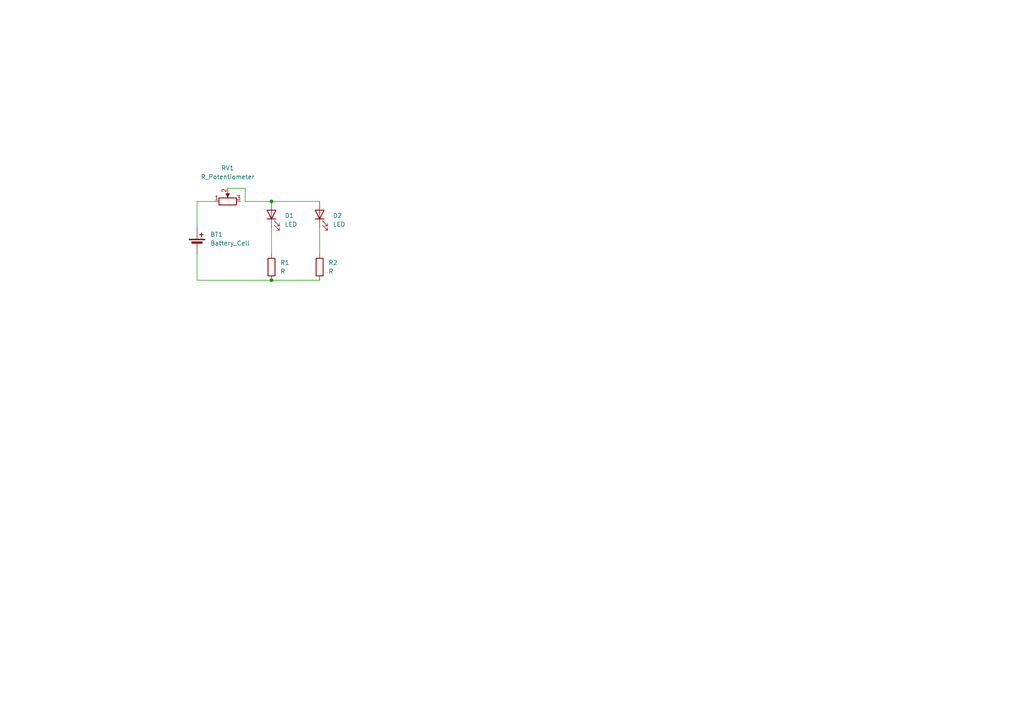
<source format=kicad_sch>
(kicad_sch
	(version 20250114)
	(generator "eeschema")
	(generator_version "9.0")
	(uuid "6524d412-e1ed-4955-afa4-34ab2da7a7ca")
	(paper "A4")
	(lib_symbols
		(symbol "Device:Battery_Cell"
			(pin_numbers
				(hide yes)
			)
			(pin_names
				(offset 0)
				(hide yes)
			)
			(exclude_from_sim no)
			(in_bom yes)
			(on_board yes)
			(property "Reference" "BT"
				(at 2.54 2.54 0)
				(effects
					(font
						(size 1.27 1.27)
					)
					(justify left)
				)
			)
			(property "Value" "Battery_Cell"
				(at 2.54 0 0)
				(effects
					(font
						(size 1.27 1.27)
					)
					(justify left)
				)
			)
			(property "Footprint" ""
				(at 0 1.524 90)
				(effects
					(font
						(size 1.27 1.27)
					)
					(hide yes)
				)
			)
			(property "Datasheet" "~"
				(at 0 1.524 90)
				(effects
					(font
						(size 1.27 1.27)
					)
					(hide yes)
				)
			)
			(property "Description" "Single-cell battery"
				(at 0 0 0)
				(effects
					(font
						(size 1.27 1.27)
					)
					(hide yes)
				)
			)
			(property "ki_keywords" "battery cell"
				(at 0 0 0)
				(effects
					(font
						(size 1.27 1.27)
					)
					(hide yes)
				)
			)
			(symbol "Battery_Cell_0_1"
				(rectangle
					(start -2.286 1.778)
					(end 2.286 1.524)
					(stroke
						(width 0)
						(type default)
					)
					(fill
						(type outline)
					)
				)
				(rectangle
					(start -1.524 1.016)
					(end 1.524 0.508)
					(stroke
						(width 0)
						(type default)
					)
					(fill
						(type outline)
					)
				)
				(polyline
					(pts
						(xy 0 1.778) (xy 0 2.54)
					)
					(stroke
						(width 0)
						(type default)
					)
					(fill
						(type none)
					)
				)
				(polyline
					(pts
						(xy 0 0.762) (xy 0 0)
					)
					(stroke
						(width 0)
						(type default)
					)
					(fill
						(type none)
					)
				)
				(polyline
					(pts
						(xy 0.762 3.048) (xy 1.778 3.048)
					)
					(stroke
						(width 0.254)
						(type default)
					)
					(fill
						(type none)
					)
				)
				(polyline
					(pts
						(xy 1.27 3.556) (xy 1.27 2.54)
					)
					(stroke
						(width 0.254)
						(type default)
					)
					(fill
						(type none)
					)
				)
			)
			(symbol "Battery_Cell_1_1"
				(pin passive line
					(at 0 5.08 270)
					(length 2.54)
					(name "+"
						(effects
							(font
								(size 1.27 1.27)
							)
						)
					)
					(number "1"
						(effects
							(font
								(size 1.27 1.27)
							)
						)
					)
				)
				(pin passive line
					(at 0 -2.54 90)
					(length 2.54)
					(name "-"
						(effects
							(font
								(size 1.27 1.27)
							)
						)
					)
					(number "2"
						(effects
							(font
								(size 1.27 1.27)
							)
						)
					)
				)
			)
			(embedded_fonts no)
		)
		(symbol "Device:LED"
			(pin_numbers
				(hide yes)
			)
			(pin_names
				(offset 1.016)
				(hide yes)
			)
			(exclude_from_sim no)
			(in_bom yes)
			(on_board yes)
			(property "Reference" "D"
				(at 0 2.54 0)
				(effects
					(font
						(size 1.27 1.27)
					)
				)
			)
			(property "Value" "LED"
				(at 0 -2.54 0)
				(effects
					(font
						(size 1.27 1.27)
					)
				)
			)
			(property "Footprint" ""
				(at 0 0 0)
				(effects
					(font
						(size 1.27 1.27)
					)
					(hide yes)
				)
			)
			(property "Datasheet" "~"
				(at 0 0 0)
				(effects
					(font
						(size 1.27 1.27)
					)
					(hide yes)
				)
			)
			(property "Description" "Light emitting diode"
				(at 0 0 0)
				(effects
					(font
						(size 1.27 1.27)
					)
					(hide yes)
				)
			)
			(property "Sim.Pins" "1=K 2=A"
				(at 0 0 0)
				(effects
					(font
						(size 1.27 1.27)
					)
					(hide yes)
				)
			)
			(property "ki_keywords" "LED diode"
				(at 0 0 0)
				(effects
					(font
						(size 1.27 1.27)
					)
					(hide yes)
				)
			)
			(property "ki_fp_filters" "LED* LED_SMD:* LED_THT:*"
				(at 0 0 0)
				(effects
					(font
						(size 1.27 1.27)
					)
					(hide yes)
				)
			)
			(symbol "LED_0_1"
				(polyline
					(pts
						(xy -3.048 -0.762) (xy -4.572 -2.286) (xy -3.81 -2.286) (xy -4.572 -2.286) (xy -4.572 -1.524)
					)
					(stroke
						(width 0)
						(type default)
					)
					(fill
						(type none)
					)
				)
				(polyline
					(pts
						(xy -1.778 -0.762) (xy -3.302 -2.286) (xy -2.54 -2.286) (xy -3.302 -2.286) (xy -3.302 -1.524)
					)
					(stroke
						(width 0)
						(type default)
					)
					(fill
						(type none)
					)
				)
				(polyline
					(pts
						(xy -1.27 0) (xy 1.27 0)
					)
					(stroke
						(width 0)
						(type default)
					)
					(fill
						(type none)
					)
				)
				(polyline
					(pts
						(xy -1.27 -1.27) (xy -1.27 1.27)
					)
					(stroke
						(width 0.254)
						(type default)
					)
					(fill
						(type none)
					)
				)
				(polyline
					(pts
						(xy 1.27 -1.27) (xy 1.27 1.27) (xy -1.27 0) (xy 1.27 -1.27)
					)
					(stroke
						(width 0.254)
						(type default)
					)
					(fill
						(type none)
					)
				)
			)
			(symbol "LED_1_1"
				(pin passive line
					(at -3.81 0 0)
					(length 2.54)
					(name "K"
						(effects
							(font
								(size 1.27 1.27)
							)
						)
					)
					(number "1"
						(effects
							(font
								(size 1.27 1.27)
							)
						)
					)
				)
				(pin passive line
					(at 3.81 0 180)
					(length 2.54)
					(name "A"
						(effects
							(font
								(size 1.27 1.27)
							)
						)
					)
					(number "2"
						(effects
							(font
								(size 1.27 1.27)
							)
						)
					)
				)
			)
			(embedded_fonts no)
		)
		(symbol "Device:R"
			(pin_numbers
				(hide yes)
			)
			(pin_names
				(offset 0)
			)
			(exclude_from_sim no)
			(in_bom yes)
			(on_board yes)
			(property "Reference" "R"
				(at 2.032 0 90)
				(effects
					(font
						(size 1.27 1.27)
					)
				)
			)
			(property "Value" "R"
				(at 0 0 90)
				(effects
					(font
						(size 1.27 1.27)
					)
				)
			)
			(property "Footprint" ""
				(at -1.778 0 90)
				(effects
					(font
						(size 1.27 1.27)
					)
					(hide yes)
				)
			)
			(property "Datasheet" "~"
				(at 0 0 0)
				(effects
					(font
						(size 1.27 1.27)
					)
					(hide yes)
				)
			)
			(property "Description" "Resistor"
				(at 0 0 0)
				(effects
					(font
						(size 1.27 1.27)
					)
					(hide yes)
				)
			)
			(property "ki_keywords" "R res resistor"
				(at 0 0 0)
				(effects
					(font
						(size 1.27 1.27)
					)
					(hide yes)
				)
			)
			(property "ki_fp_filters" "R_*"
				(at 0 0 0)
				(effects
					(font
						(size 1.27 1.27)
					)
					(hide yes)
				)
			)
			(symbol "R_0_1"
				(rectangle
					(start -1.016 -2.54)
					(end 1.016 2.54)
					(stroke
						(width 0.254)
						(type default)
					)
					(fill
						(type none)
					)
				)
			)
			(symbol "R_1_1"
				(pin passive line
					(at 0 3.81 270)
					(length 1.27)
					(name "~"
						(effects
							(font
								(size 1.27 1.27)
							)
						)
					)
					(number "1"
						(effects
							(font
								(size 1.27 1.27)
							)
						)
					)
				)
				(pin passive line
					(at 0 -3.81 90)
					(length 1.27)
					(name "~"
						(effects
							(font
								(size 1.27 1.27)
							)
						)
					)
					(number "2"
						(effects
							(font
								(size 1.27 1.27)
							)
						)
					)
				)
			)
			(embedded_fonts no)
		)
		(symbol "Device:R_Potentiometer"
			(pin_names
				(offset 1.016)
				(hide yes)
			)
			(exclude_from_sim no)
			(in_bom yes)
			(on_board yes)
			(property "Reference" "RV"
				(at -4.445 0 90)
				(effects
					(font
						(size 1.27 1.27)
					)
				)
			)
			(property "Value" "R_Potentiometer"
				(at -2.54 0 90)
				(effects
					(font
						(size 1.27 1.27)
					)
				)
			)
			(property "Footprint" ""
				(at 0 0 0)
				(effects
					(font
						(size 1.27 1.27)
					)
					(hide yes)
				)
			)
			(property "Datasheet" "~"
				(at 0 0 0)
				(effects
					(font
						(size 1.27 1.27)
					)
					(hide yes)
				)
			)
			(property "Description" "Potentiometer"
				(at 0 0 0)
				(effects
					(font
						(size 1.27 1.27)
					)
					(hide yes)
				)
			)
			(property "ki_keywords" "resistor variable"
				(at 0 0 0)
				(effects
					(font
						(size 1.27 1.27)
					)
					(hide yes)
				)
			)
			(property "ki_fp_filters" "Potentiometer*"
				(at 0 0 0)
				(effects
					(font
						(size 1.27 1.27)
					)
					(hide yes)
				)
			)
			(symbol "R_Potentiometer_0_1"
				(rectangle
					(start 1.016 2.54)
					(end -1.016 -2.54)
					(stroke
						(width 0.254)
						(type default)
					)
					(fill
						(type none)
					)
				)
				(polyline
					(pts
						(xy 1.143 0) (xy 2.286 0.508) (xy 2.286 -0.508) (xy 1.143 0)
					)
					(stroke
						(width 0)
						(type default)
					)
					(fill
						(type outline)
					)
				)
				(polyline
					(pts
						(xy 2.54 0) (xy 1.524 0)
					)
					(stroke
						(width 0)
						(type default)
					)
					(fill
						(type none)
					)
				)
			)
			(symbol "R_Potentiometer_1_1"
				(pin passive line
					(at 0 3.81 270)
					(length 1.27)
					(name "1"
						(effects
							(font
								(size 1.27 1.27)
							)
						)
					)
					(number "1"
						(effects
							(font
								(size 1.27 1.27)
							)
						)
					)
				)
				(pin passive line
					(at 0 -3.81 90)
					(length 1.27)
					(name "3"
						(effects
							(font
								(size 1.27 1.27)
							)
						)
					)
					(number "3"
						(effects
							(font
								(size 1.27 1.27)
							)
						)
					)
				)
				(pin passive line
					(at 3.81 0 180)
					(length 1.27)
					(name "2"
						(effects
							(font
								(size 1.27 1.27)
							)
						)
					)
					(number "2"
						(effects
							(font
								(size 1.27 1.27)
							)
						)
					)
				)
			)
			(embedded_fonts no)
		)
	)
	(junction
		(at 78.74 58.42)
		(diameter 0)
		(color 0 0 0 0)
		(uuid "6c2ad5ac-616c-4e57-9b67-0c221b993bb9")
	)
	(junction
		(at 78.74 81.28)
		(diameter 0)
		(color 0 0 0 0)
		(uuid "f25ea673-b947-4c4c-851f-a8f798f0a5bc")
	)
	(wire
		(pts
			(xy 78.74 81.28) (xy 57.15 81.28)
		)
		(stroke
			(width 0)
			(type default)
		)
		(uuid "007d9180-d7c3-4ece-adab-62a283499cc0")
	)
	(wire
		(pts
			(xy 57.15 81.28) (xy 57.15 73.66)
		)
		(stroke
			(width 0)
			(type default)
		)
		(uuid "22362c1e-54fd-40d6-a8f9-bd3cb2f4f552")
	)
	(wire
		(pts
			(xy 78.74 66.04) (xy 78.74 73.66)
		)
		(stroke
			(width 0)
			(type default)
		)
		(uuid "2a57b8b8-2b1b-4d3d-ba8f-22f2585a38b2")
	)
	(wire
		(pts
			(xy 62.23 58.42) (xy 57.15 58.42)
		)
		(stroke
			(width 0)
			(type default)
		)
		(uuid "2d8a4614-d860-4971-9bcf-8128e3b2fbe8")
	)
	(wire
		(pts
			(xy 66.04 54.61) (xy 71.12 54.61)
		)
		(stroke
			(width 0)
			(type default)
		)
		(uuid "388c3eaa-46bb-4703-9a9e-c1f58a69fcea")
	)
	(wire
		(pts
			(xy 71.12 54.61) (xy 71.12 58.42)
		)
		(stroke
			(width 0)
			(type default)
		)
		(uuid "78548b0c-e235-4090-9b33-65ec15b30add")
	)
	(wire
		(pts
			(xy 71.12 58.42) (xy 78.74 58.42)
		)
		(stroke
			(width 0)
			(type default)
		)
		(uuid "cfa0f40d-ab5d-4b7a-8ff7-3caeea9f8729")
	)
	(wire
		(pts
			(xy 57.15 58.42) (xy 57.15 66.04)
		)
		(stroke
			(width 0)
			(type default)
		)
		(uuid "e4617f68-bfdf-448c-98b1-49e3207cea35")
	)
	(wire
		(pts
			(xy 92.71 66.04) (xy 92.71 73.66)
		)
		(stroke
			(width 0)
			(type default)
		)
		(uuid "e51ef939-2164-4842-9eba-d90bfcf70c12")
	)
	(wire
		(pts
			(xy 78.74 58.42) (xy 92.71 58.42)
		)
		(stroke
			(width 0)
			(type default)
		)
		(uuid "f2ccc489-5468-48e4-bbfb-ce3252c8872d")
	)
	(wire
		(pts
			(xy 92.71 81.28) (xy 78.74 81.28)
		)
		(stroke
			(width 0)
			(type default)
		)
		(uuid "f92f75b1-f337-4d42-bd55-a45d33511b7f")
	)
	(symbol
		(lib_id "Device:LED")
		(at 92.71 62.23 90)
		(unit 1)
		(exclude_from_sim no)
		(in_bom yes)
		(on_board yes)
		(dnp no)
		(fields_autoplaced yes)
		(uuid "060b6463-3f46-45ce-801a-f1c6f796ae30")
		(property "Reference" "D2"
			(at 96.52 62.5474 90)
			(effects
				(font
					(size 1.27 1.27)
				)
				(justify right)
			)
		)
		(property "Value" "LED"
			(at 96.52 65.0874 90)
			(effects
				(font
					(size 1.27 1.27)
				)
				(justify right)
			)
		)
		(property "Footprint" "LED_THT:LED_D5.0mm"
			(at 92.71 62.23 0)
			(effects
				(font
					(size 1.27 1.27)
				)
				(hide yes)
			)
		)
		(property "Datasheet" "~"
			(at 92.71 62.23 0)
			(effects
				(font
					(size 1.27 1.27)
				)
				(hide yes)
			)
		)
		(property "Description" "Light emitting diode"
			(at 92.71 62.23 0)
			(effects
				(font
					(size 1.27 1.27)
				)
				(hide yes)
			)
		)
		(property "Sim.Pins" "1=K 2=A"
			(at 92.71 62.23 0)
			(effects
				(font
					(size 1.27 1.27)
				)
				(hide yes)
			)
		)
		(pin "2"
			(uuid "e3f17c63-26b9-4fc9-9ec8-ec7a13165a00")
		)
		(pin "1"
			(uuid "6ab7809c-cbfc-4327-a5b3-2c308026d921")
		)
		(instances
			(project ""
				(path "/6524d412-e1ed-4955-afa4-34ab2da7a7ca"
					(reference "D2")
					(unit 1)
				)
			)
		)
	)
	(symbol
		(lib_id "Device:R")
		(at 92.71 77.47 0)
		(unit 1)
		(exclude_from_sim no)
		(in_bom yes)
		(on_board yes)
		(dnp no)
		(fields_autoplaced yes)
		(uuid "3a89d656-1958-4876-a82d-bfe736fd263f")
		(property "Reference" "R2"
			(at 95.25 76.1999 0)
			(effects
				(font
					(size 1.27 1.27)
				)
				(justify left)
			)
		)
		(property "Value" "R"
			(at 95.25 78.7399 0)
			(effects
				(font
					(size 1.27 1.27)
				)
				(justify left)
			)
		)
		(property "Footprint" "Resistor_THT:R_Axial_DIN0207_L6.3mm_D2.5mm_P7.62mm_Horizontal"
			(at 90.932 77.47 90)
			(effects
				(font
					(size 1.27 1.27)
				)
				(hide yes)
			)
		)
		(property "Datasheet" "~"
			(at 92.71 77.47 0)
			(effects
				(font
					(size 1.27 1.27)
				)
				(hide yes)
			)
		)
		(property "Description" "Resistor"
			(at 92.71 77.47 0)
			(effects
				(font
					(size 1.27 1.27)
				)
				(hide yes)
			)
		)
		(pin "2"
			(uuid "084e69ca-a5a0-4a23-b7b1-358f7f8aca5d")
		)
		(pin "1"
			(uuid "85402ca0-7c2d-4732-adae-395244e0f6cd")
		)
		(instances
			(project ""
				(path "/6524d412-e1ed-4955-afa4-34ab2da7a7ca"
					(reference "R2")
					(unit 1)
				)
			)
		)
	)
	(symbol
		(lib_id "Device:R_Potentiometer")
		(at 66.04 58.42 90)
		(unit 1)
		(exclude_from_sim no)
		(in_bom yes)
		(on_board yes)
		(dnp no)
		(uuid "5f27c8d4-c11f-426c-8c58-8c6df4e3f504")
		(property "Reference" "RV1"
			(at 66.04 48.768 90)
			(effects
				(font
					(size 1.27 1.27)
				)
			)
		)
		(property "Value" "R_Potentiometer"
			(at 66.04 51.308 90)
			(effects
				(font
					(size 1.27 1.27)
				)
			)
		)
		(property "Footprint" "Potentiometer_THT:Potentiometer_Vishay_T73YP_Vertical"
			(at 66.04 58.42 0)
			(effects
				(font
					(size 1.27 1.27)
				)
				(hide yes)
			)
		)
		(property "Datasheet" "~"
			(at 66.04 58.42 0)
			(effects
				(font
					(size 1.27 1.27)
				)
				(hide yes)
			)
		)
		(property "Description" "Potentiometer"
			(at 66.04 58.42 0)
			(effects
				(font
					(size 1.27 1.27)
				)
				(hide yes)
			)
		)
		(pin "1"
			(uuid "0bd53caf-077b-4b4c-992c-6f7898b86037")
		)
		(pin "3"
			(uuid "80e680b9-ce16-445a-9fde-47a4b73f6cf5")
		)
		(pin "2"
			(uuid "334db93c-69be-480e-b9cd-256d0cb82c50")
		)
		(instances
			(project ""
				(path "/6524d412-e1ed-4955-afa4-34ab2da7a7ca"
					(reference "RV1")
					(unit 1)
				)
			)
		)
	)
	(symbol
		(lib_id "Device:R")
		(at 78.74 77.47 0)
		(unit 1)
		(exclude_from_sim no)
		(in_bom yes)
		(on_board yes)
		(dnp no)
		(fields_autoplaced yes)
		(uuid "6e54e966-b455-4e48-a2db-256b85c3a310")
		(property "Reference" "R1"
			(at 81.28 76.1999 0)
			(effects
				(font
					(size 1.27 1.27)
				)
				(justify left)
			)
		)
		(property "Value" "R"
			(at 81.28 78.7399 0)
			(effects
				(font
					(size 1.27 1.27)
				)
				(justify left)
			)
		)
		(property "Footprint" "Resistor_THT:R_Axial_DIN0207_L6.3mm_D2.5mm_P7.62mm_Horizontal"
			(at 76.962 77.47 90)
			(effects
				(font
					(size 1.27 1.27)
				)
				(hide yes)
			)
		)
		(property "Datasheet" "~"
			(at 78.74 77.47 0)
			(effects
				(font
					(size 1.27 1.27)
				)
				(hide yes)
			)
		)
		(property "Description" "Resistor"
			(at 78.74 77.47 0)
			(effects
				(font
					(size 1.27 1.27)
				)
				(hide yes)
			)
		)
		(pin "2"
			(uuid "bba1b3db-70ef-4ede-b1ab-4e9ecf34c728")
		)
		(pin "1"
			(uuid "7aaa7216-f227-4215-bd78-20ce28496ae3")
		)
		(instances
			(project ""
				(path "/6524d412-e1ed-4955-afa4-34ab2da7a7ca"
					(reference "R1")
					(unit 1)
				)
			)
		)
	)
	(symbol
		(lib_id "Device:LED")
		(at 78.74 62.23 90)
		(unit 1)
		(exclude_from_sim no)
		(in_bom yes)
		(on_board yes)
		(dnp no)
		(fields_autoplaced yes)
		(uuid "b69e87b0-e9b7-4915-b3fe-0e1354c79515")
		(property "Reference" "D1"
			(at 82.55 62.5474 90)
			(effects
				(font
					(size 1.27 1.27)
				)
				(justify right)
			)
		)
		(property "Value" "LED"
			(at 82.55 65.0874 90)
			(effects
				(font
					(size 1.27 1.27)
				)
				(justify right)
			)
		)
		(property "Footprint" "LED_THT:LED_D5.0mm"
			(at 78.74 62.23 0)
			(effects
				(font
					(size 1.27 1.27)
				)
				(hide yes)
			)
		)
		(property "Datasheet" "~"
			(at 78.74 62.23 0)
			(effects
				(font
					(size 1.27 1.27)
				)
				(hide yes)
			)
		)
		(property "Description" "Light emitting diode"
			(at 78.74 62.23 0)
			(effects
				(font
					(size 1.27 1.27)
				)
				(hide yes)
			)
		)
		(property "Sim.Pins" "1=K 2=A"
			(at 78.74 62.23 0)
			(effects
				(font
					(size 1.27 1.27)
				)
				(hide yes)
			)
		)
		(pin "1"
			(uuid "4c6e8c1d-3c33-4e9a-a896-24c3f6f669b3")
		)
		(pin "2"
			(uuid "98831a8d-4d58-4e09-bb0b-45579ab329db")
		)
		(instances
			(project ""
				(path "/6524d412-e1ed-4955-afa4-34ab2da7a7ca"
					(reference "D1")
					(unit 1)
				)
			)
		)
	)
	(symbol
		(lib_id "Device:Battery_Cell")
		(at 57.15 71.12 0)
		(unit 1)
		(exclude_from_sim no)
		(in_bom yes)
		(on_board yes)
		(dnp no)
		(fields_autoplaced yes)
		(uuid "fd50f381-07aa-4e48-b683-a8cddc37823b")
		(property "Reference" "BT1"
			(at 60.96 68.0084 0)
			(effects
				(font
					(size 1.27 1.27)
				)
				(justify left)
			)
		)
		(property "Value" "Battery_Cell"
			(at 60.96 70.5484 0)
			(effects
				(font
					(size 1.27 1.27)
				)
				(justify left)
			)
		)
		(property "Footprint" "Battery:BatteryHolder_Keystone_3034_1x20mm"
			(at 57.15 69.596 90)
			(effects
				(font
					(size 1.27 1.27)
				)
				(hide yes)
			)
		)
		(property "Datasheet" "~"
			(at 57.15 69.596 90)
			(effects
				(font
					(size 1.27 1.27)
				)
				(hide yes)
			)
		)
		(property "Description" "Single-cell battery"
			(at 57.15 71.12 0)
			(effects
				(font
					(size 1.27 1.27)
				)
				(hide yes)
			)
		)
		(pin "2"
			(uuid "da251412-ffad-4fde-9852-b34f234d53d8")
		)
		(pin "1"
			(uuid "964a1785-353a-4d06-aea1-27602ac06822")
		)
		(instances
			(project ""
				(path "/6524d412-e1ed-4955-afa4-34ab2da7a7ca"
					(reference "BT1")
					(unit 1)
				)
			)
		)
	)
	(sheet_instances
		(path "/"
			(page "1")
		)
	)
	(embedded_fonts no)
)

</source>
